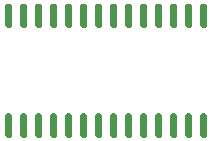
<source format=gbp>
G04 #@! TF.GenerationSoftware,KiCad,Pcbnew,(5.1.8)-1*
G04 #@! TF.CreationDate,2021-12-03T11:16:53+09:00*
G04 #@! TF.ProjectId,windsynth,77696e64-7379-46e7-9468-2e6b69636164,rev?*
G04 #@! TF.SameCoordinates,Original*
G04 #@! TF.FileFunction,Paste,Bot*
G04 #@! TF.FilePolarity,Positive*
%FSLAX46Y46*%
G04 Gerber Fmt 4.6, Leading zero omitted, Abs format (unit mm)*
G04 Created by KiCad (PCBNEW (5.1.8)-1) date 2021-12-03 11:16:53*
%MOMM*%
%LPD*%
G01*
G04 APERTURE LIST*
G04 APERTURE END LIST*
G04 #@! TO.C,MCP23017*
G36*
G01*
X157095000Y-88825000D02*
X157395000Y-88825000D01*
G75*
G02*
X157545000Y-88975000I0J-150000D01*
G01*
X157545000Y-90725000D01*
G75*
G02*
X157395000Y-90875000I-150000J0D01*
G01*
X157095000Y-90875000D01*
G75*
G02*
X156945000Y-90725000I0J150000D01*
G01*
X156945000Y-88975000D01*
G75*
G02*
X157095000Y-88825000I150000J0D01*
G01*
G37*
G36*
G01*
X158365000Y-88825000D02*
X158665000Y-88825000D01*
G75*
G02*
X158815000Y-88975000I0J-150000D01*
G01*
X158815000Y-90725000D01*
G75*
G02*
X158665000Y-90875000I-150000J0D01*
G01*
X158365000Y-90875000D01*
G75*
G02*
X158215000Y-90725000I0J150000D01*
G01*
X158215000Y-88975000D01*
G75*
G02*
X158365000Y-88825000I150000J0D01*
G01*
G37*
G36*
G01*
X159635000Y-88825000D02*
X159935000Y-88825000D01*
G75*
G02*
X160085000Y-88975000I0J-150000D01*
G01*
X160085000Y-90725000D01*
G75*
G02*
X159935000Y-90875000I-150000J0D01*
G01*
X159635000Y-90875000D01*
G75*
G02*
X159485000Y-90725000I0J150000D01*
G01*
X159485000Y-88975000D01*
G75*
G02*
X159635000Y-88825000I150000J0D01*
G01*
G37*
G36*
G01*
X160905000Y-88825000D02*
X161205000Y-88825000D01*
G75*
G02*
X161355000Y-88975000I0J-150000D01*
G01*
X161355000Y-90725000D01*
G75*
G02*
X161205000Y-90875000I-150000J0D01*
G01*
X160905000Y-90875000D01*
G75*
G02*
X160755000Y-90725000I0J150000D01*
G01*
X160755000Y-88975000D01*
G75*
G02*
X160905000Y-88825000I150000J0D01*
G01*
G37*
G36*
G01*
X162175000Y-88825000D02*
X162475000Y-88825000D01*
G75*
G02*
X162625000Y-88975000I0J-150000D01*
G01*
X162625000Y-90725000D01*
G75*
G02*
X162475000Y-90875000I-150000J0D01*
G01*
X162175000Y-90875000D01*
G75*
G02*
X162025000Y-90725000I0J150000D01*
G01*
X162025000Y-88975000D01*
G75*
G02*
X162175000Y-88825000I150000J0D01*
G01*
G37*
G36*
G01*
X163445000Y-88825000D02*
X163745000Y-88825000D01*
G75*
G02*
X163895000Y-88975000I0J-150000D01*
G01*
X163895000Y-90725000D01*
G75*
G02*
X163745000Y-90875000I-150000J0D01*
G01*
X163445000Y-90875000D01*
G75*
G02*
X163295000Y-90725000I0J150000D01*
G01*
X163295000Y-88975000D01*
G75*
G02*
X163445000Y-88825000I150000J0D01*
G01*
G37*
G36*
G01*
X164715000Y-88825000D02*
X165015000Y-88825000D01*
G75*
G02*
X165165000Y-88975000I0J-150000D01*
G01*
X165165000Y-90725000D01*
G75*
G02*
X165015000Y-90875000I-150000J0D01*
G01*
X164715000Y-90875000D01*
G75*
G02*
X164565000Y-90725000I0J150000D01*
G01*
X164565000Y-88975000D01*
G75*
G02*
X164715000Y-88825000I150000J0D01*
G01*
G37*
G36*
G01*
X165985000Y-88825000D02*
X166285000Y-88825000D01*
G75*
G02*
X166435000Y-88975000I0J-150000D01*
G01*
X166435000Y-90725000D01*
G75*
G02*
X166285000Y-90875000I-150000J0D01*
G01*
X165985000Y-90875000D01*
G75*
G02*
X165835000Y-90725000I0J150000D01*
G01*
X165835000Y-88975000D01*
G75*
G02*
X165985000Y-88825000I150000J0D01*
G01*
G37*
G36*
G01*
X167255000Y-88825000D02*
X167555000Y-88825000D01*
G75*
G02*
X167705000Y-88975000I0J-150000D01*
G01*
X167705000Y-90725000D01*
G75*
G02*
X167555000Y-90875000I-150000J0D01*
G01*
X167255000Y-90875000D01*
G75*
G02*
X167105000Y-90725000I0J150000D01*
G01*
X167105000Y-88975000D01*
G75*
G02*
X167255000Y-88825000I150000J0D01*
G01*
G37*
G36*
G01*
X168525000Y-88825000D02*
X168825000Y-88825000D01*
G75*
G02*
X168975000Y-88975000I0J-150000D01*
G01*
X168975000Y-90725000D01*
G75*
G02*
X168825000Y-90875000I-150000J0D01*
G01*
X168525000Y-90875000D01*
G75*
G02*
X168375000Y-90725000I0J150000D01*
G01*
X168375000Y-88975000D01*
G75*
G02*
X168525000Y-88825000I150000J0D01*
G01*
G37*
G36*
G01*
X169795000Y-88825000D02*
X170095000Y-88825000D01*
G75*
G02*
X170245000Y-88975000I0J-150000D01*
G01*
X170245000Y-90725000D01*
G75*
G02*
X170095000Y-90875000I-150000J0D01*
G01*
X169795000Y-90875000D01*
G75*
G02*
X169645000Y-90725000I0J150000D01*
G01*
X169645000Y-88975000D01*
G75*
G02*
X169795000Y-88825000I150000J0D01*
G01*
G37*
G36*
G01*
X171065000Y-88825000D02*
X171365000Y-88825000D01*
G75*
G02*
X171515000Y-88975000I0J-150000D01*
G01*
X171515000Y-90725000D01*
G75*
G02*
X171365000Y-90875000I-150000J0D01*
G01*
X171065000Y-90875000D01*
G75*
G02*
X170915000Y-90725000I0J150000D01*
G01*
X170915000Y-88975000D01*
G75*
G02*
X171065000Y-88825000I150000J0D01*
G01*
G37*
G36*
G01*
X172335000Y-88825000D02*
X172635000Y-88825000D01*
G75*
G02*
X172785000Y-88975000I0J-150000D01*
G01*
X172785000Y-90725000D01*
G75*
G02*
X172635000Y-90875000I-150000J0D01*
G01*
X172335000Y-90875000D01*
G75*
G02*
X172185000Y-90725000I0J150000D01*
G01*
X172185000Y-88975000D01*
G75*
G02*
X172335000Y-88825000I150000J0D01*
G01*
G37*
G36*
G01*
X173605000Y-88825000D02*
X173905000Y-88825000D01*
G75*
G02*
X174055000Y-88975000I0J-150000D01*
G01*
X174055000Y-90725000D01*
G75*
G02*
X173905000Y-90875000I-150000J0D01*
G01*
X173605000Y-90875000D01*
G75*
G02*
X173455000Y-90725000I0J150000D01*
G01*
X173455000Y-88975000D01*
G75*
G02*
X173605000Y-88825000I150000J0D01*
G01*
G37*
G36*
G01*
X173605000Y-98125000D02*
X173905000Y-98125000D01*
G75*
G02*
X174055000Y-98275000I0J-150000D01*
G01*
X174055000Y-100025000D01*
G75*
G02*
X173905000Y-100175000I-150000J0D01*
G01*
X173605000Y-100175000D01*
G75*
G02*
X173455000Y-100025000I0J150000D01*
G01*
X173455000Y-98275000D01*
G75*
G02*
X173605000Y-98125000I150000J0D01*
G01*
G37*
G36*
G01*
X172335000Y-98125000D02*
X172635000Y-98125000D01*
G75*
G02*
X172785000Y-98275000I0J-150000D01*
G01*
X172785000Y-100025000D01*
G75*
G02*
X172635000Y-100175000I-150000J0D01*
G01*
X172335000Y-100175000D01*
G75*
G02*
X172185000Y-100025000I0J150000D01*
G01*
X172185000Y-98275000D01*
G75*
G02*
X172335000Y-98125000I150000J0D01*
G01*
G37*
G36*
G01*
X171065000Y-98125000D02*
X171365000Y-98125000D01*
G75*
G02*
X171515000Y-98275000I0J-150000D01*
G01*
X171515000Y-100025000D01*
G75*
G02*
X171365000Y-100175000I-150000J0D01*
G01*
X171065000Y-100175000D01*
G75*
G02*
X170915000Y-100025000I0J150000D01*
G01*
X170915000Y-98275000D01*
G75*
G02*
X171065000Y-98125000I150000J0D01*
G01*
G37*
G36*
G01*
X169795000Y-98125000D02*
X170095000Y-98125000D01*
G75*
G02*
X170245000Y-98275000I0J-150000D01*
G01*
X170245000Y-100025000D01*
G75*
G02*
X170095000Y-100175000I-150000J0D01*
G01*
X169795000Y-100175000D01*
G75*
G02*
X169645000Y-100025000I0J150000D01*
G01*
X169645000Y-98275000D01*
G75*
G02*
X169795000Y-98125000I150000J0D01*
G01*
G37*
G36*
G01*
X168525000Y-98125000D02*
X168825000Y-98125000D01*
G75*
G02*
X168975000Y-98275000I0J-150000D01*
G01*
X168975000Y-100025000D01*
G75*
G02*
X168825000Y-100175000I-150000J0D01*
G01*
X168525000Y-100175000D01*
G75*
G02*
X168375000Y-100025000I0J150000D01*
G01*
X168375000Y-98275000D01*
G75*
G02*
X168525000Y-98125000I150000J0D01*
G01*
G37*
G36*
G01*
X167255000Y-98125000D02*
X167555000Y-98125000D01*
G75*
G02*
X167705000Y-98275000I0J-150000D01*
G01*
X167705000Y-100025000D01*
G75*
G02*
X167555000Y-100175000I-150000J0D01*
G01*
X167255000Y-100175000D01*
G75*
G02*
X167105000Y-100025000I0J150000D01*
G01*
X167105000Y-98275000D01*
G75*
G02*
X167255000Y-98125000I150000J0D01*
G01*
G37*
G36*
G01*
X165985000Y-98125000D02*
X166285000Y-98125000D01*
G75*
G02*
X166435000Y-98275000I0J-150000D01*
G01*
X166435000Y-100025000D01*
G75*
G02*
X166285000Y-100175000I-150000J0D01*
G01*
X165985000Y-100175000D01*
G75*
G02*
X165835000Y-100025000I0J150000D01*
G01*
X165835000Y-98275000D01*
G75*
G02*
X165985000Y-98125000I150000J0D01*
G01*
G37*
G36*
G01*
X164715000Y-98125000D02*
X165015000Y-98125000D01*
G75*
G02*
X165165000Y-98275000I0J-150000D01*
G01*
X165165000Y-100025000D01*
G75*
G02*
X165015000Y-100175000I-150000J0D01*
G01*
X164715000Y-100175000D01*
G75*
G02*
X164565000Y-100025000I0J150000D01*
G01*
X164565000Y-98275000D01*
G75*
G02*
X164715000Y-98125000I150000J0D01*
G01*
G37*
G36*
G01*
X163445000Y-98125000D02*
X163745000Y-98125000D01*
G75*
G02*
X163895000Y-98275000I0J-150000D01*
G01*
X163895000Y-100025000D01*
G75*
G02*
X163745000Y-100175000I-150000J0D01*
G01*
X163445000Y-100175000D01*
G75*
G02*
X163295000Y-100025000I0J150000D01*
G01*
X163295000Y-98275000D01*
G75*
G02*
X163445000Y-98125000I150000J0D01*
G01*
G37*
G36*
G01*
X162175000Y-98125000D02*
X162475000Y-98125000D01*
G75*
G02*
X162625000Y-98275000I0J-150000D01*
G01*
X162625000Y-100025000D01*
G75*
G02*
X162475000Y-100175000I-150000J0D01*
G01*
X162175000Y-100175000D01*
G75*
G02*
X162025000Y-100025000I0J150000D01*
G01*
X162025000Y-98275000D01*
G75*
G02*
X162175000Y-98125000I150000J0D01*
G01*
G37*
G36*
G01*
X160905000Y-98125000D02*
X161205000Y-98125000D01*
G75*
G02*
X161355000Y-98275000I0J-150000D01*
G01*
X161355000Y-100025000D01*
G75*
G02*
X161205000Y-100175000I-150000J0D01*
G01*
X160905000Y-100175000D01*
G75*
G02*
X160755000Y-100025000I0J150000D01*
G01*
X160755000Y-98275000D01*
G75*
G02*
X160905000Y-98125000I150000J0D01*
G01*
G37*
G36*
G01*
X159635000Y-98125000D02*
X159935000Y-98125000D01*
G75*
G02*
X160085000Y-98275000I0J-150000D01*
G01*
X160085000Y-100025000D01*
G75*
G02*
X159935000Y-100175000I-150000J0D01*
G01*
X159635000Y-100175000D01*
G75*
G02*
X159485000Y-100025000I0J150000D01*
G01*
X159485000Y-98275000D01*
G75*
G02*
X159635000Y-98125000I150000J0D01*
G01*
G37*
G36*
G01*
X158365000Y-98125000D02*
X158665000Y-98125000D01*
G75*
G02*
X158815000Y-98275000I0J-150000D01*
G01*
X158815000Y-100025000D01*
G75*
G02*
X158665000Y-100175000I-150000J0D01*
G01*
X158365000Y-100175000D01*
G75*
G02*
X158215000Y-100025000I0J150000D01*
G01*
X158215000Y-98275000D01*
G75*
G02*
X158365000Y-98125000I150000J0D01*
G01*
G37*
G36*
G01*
X157095000Y-98125000D02*
X157395000Y-98125000D01*
G75*
G02*
X157545000Y-98275000I0J-150000D01*
G01*
X157545000Y-100025000D01*
G75*
G02*
X157395000Y-100175000I-150000J0D01*
G01*
X157095000Y-100175000D01*
G75*
G02*
X156945000Y-100025000I0J150000D01*
G01*
X156945000Y-98275000D01*
G75*
G02*
X157095000Y-98125000I150000J0D01*
G01*
G37*
G04 #@! TD*
M02*

</source>
